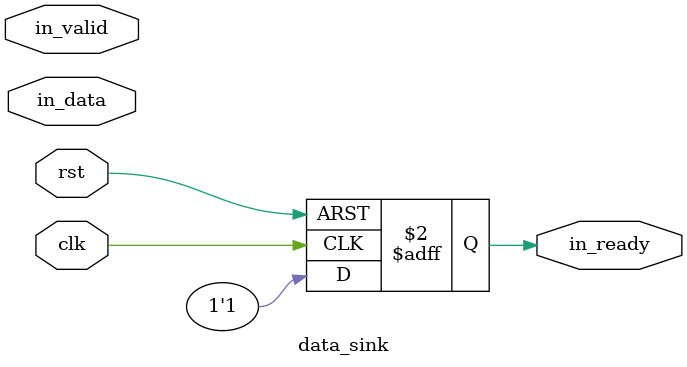
<source format=v>
`define DATA_WIDTH 8

module data_sink 
(
    input wire clk,
    input wire rst,
    input wire [`DATA_WIDTH-1:0] in_data,
    input wire in_valid,
    output reg in_ready
);
    always @(posedge clk or posedge rst) begin
        if (rst) begin
            in_ready <= 0;
        end else begin
            // Simple sink: always ready
            in_ready <= 1;
            // if (in_valid && in_ready) begin
            //     $display("Data Sink Received: %h at time %t", in_data, $time);
            // end
        end
    end
endmodule

</source>
